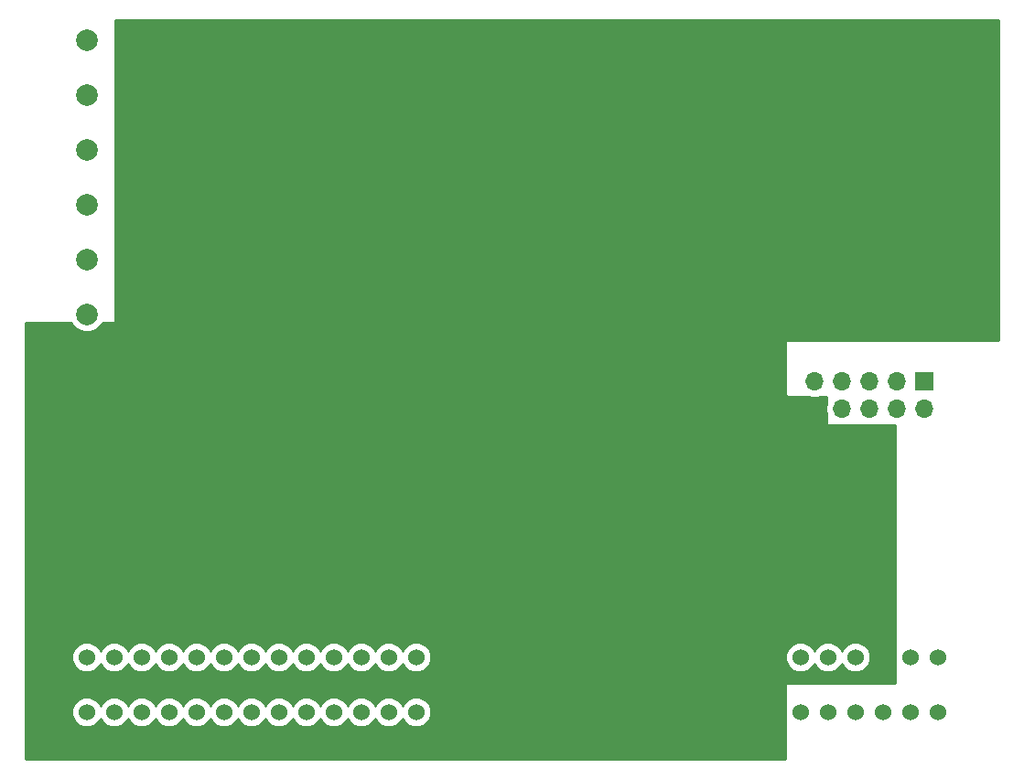
<source format=gbr>
G04 #@! TF.GenerationSoftware,KiCad,Pcbnew,(5.0.0-3-g5ebb6b6)*
G04 #@! TF.CreationDate,2019-03-06T20:47:56+00:00*
G04 #@! TF.ProjectId,ServerPSU_Breakout,5365727665725053555F427265616B6F,rev?*
G04 #@! TF.SameCoordinates,Original*
G04 #@! TF.FileFunction,Copper,L2,Bot,Signal*
G04 #@! TF.FilePolarity,Positive*
%FSLAX46Y46*%
G04 Gerber Fmt 4.6, Leading zero omitted, Abs format (unit mm)*
G04 Created by KiCad (PCBNEW (5.0.0-3-g5ebb6b6)) date Wednesday, 06 March 2019 at 20:47:56*
%MOMM*%
%LPD*%
G01*
G04 APERTURE LIST*
G04 #@! TA.AperFunction,ComponentPad*
%ADD10C,1.524000*%
G04 #@! TD*
G04 #@! TA.AperFunction,ComponentPad*
%ADD11C,2.000000*%
G04 #@! TD*
G04 #@! TA.AperFunction,ComponentPad*
%ADD12R,1.700000X1.700000*%
G04 #@! TD*
G04 #@! TA.AperFunction,ComponentPad*
%ADD13O,1.700000X1.700000*%
G04 #@! TD*
G04 #@! TA.AperFunction,Conductor*
%ADD14C,0.254000*%
G04 #@! TD*
G04 APERTURE END LIST*
D10*
G04 #@! TO.P,J_PSU_IN1,32*
G04 #@! TO.N,/SDA*
X190500000Y-116840000D03*
G04 #@! TO.P,J_PSU_IN1,30*
G04 #@! TO.N,/GND*
X185420000Y-116840000D03*
G04 #@! TO.P,J_PSU_IN1,29*
G04 #@! TO.N,N/C*
X182880000Y-116840000D03*
G04 #@! TO.P,J_PSU_IN1,28*
X180340000Y-116840000D03*
G04 #@! TO.P,J_PSU_IN1,27*
G04 #@! TO.N,/ADDR*
X177800000Y-116840000D03*
G04 #@! TO.P,J_PSU_IN1,26*
G04 #@! TO.N,/GND*
X175260000Y-116840000D03*
G04 #@! TO.P,J_PSU_IN1,25*
X172720000Y-116840000D03*
G04 #@! TO.P,J_PSU_IN1,24*
X170180000Y-116840000D03*
G04 #@! TO.P,J_PSU_IN1,23*
X167640000Y-116840000D03*
G04 #@! TO.P,J_PSU_IN1,22*
X165100000Y-116840000D03*
G04 #@! TO.P,J_PSU_IN1,21*
X162560000Y-116840000D03*
G04 #@! TO.P,J_PSU_IN1,20*
X160020000Y-116840000D03*
G04 #@! TO.P,J_PSU_IN1,19*
X157480000Y-116840000D03*
G04 #@! TO.P,J_PSU_IN1,18*
X154940000Y-116840000D03*
G04 #@! TO.P,J_PSU_IN1,17*
X152400000Y-116840000D03*
G04 #@! TO.P,J_PSU_IN1,16*
X149860000Y-116840000D03*
G04 #@! TO.P,J_PSU_IN1,15*
X147320000Y-116840000D03*
G04 #@! TO.P,J_PSU_IN1,14*
X144780000Y-116840000D03*
G04 #@! TO.P,J_PSU_IN1,13*
G04 #@! TO.N,/12V*
X142240000Y-116840000D03*
G04 #@! TO.P,J_PSU_IN1,12*
X139700000Y-116840000D03*
G04 #@! TO.P,J_PSU_IN1,11*
X137160000Y-116840000D03*
G04 #@! TO.P,J_PSU_IN1,10*
X134620000Y-116840000D03*
G04 #@! TO.P,J_PSU_IN1,9*
X132080000Y-116840000D03*
G04 #@! TO.P,J_PSU_IN1,8*
X129540000Y-116840000D03*
G04 #@! TO.P,J_PSU_IN1,7*
X127000000Y-116840000D03*
G04 #@! TO.P,J_PSU_IN1,6*
X124460000Y-116840000D03*
G04 #@! TO.P,J_PSU_IN1,5*
X121920000Y-116840000D03*
G04 #@! TO.P,J_PSU_IN1,4*
X119380000Y-116840000D03*
G04 #@! TO.P,J_PSU_IN1,3*
X116840000Y-116840000D03*
G04 #@! TO.P,J_PSU_IN1,2*
X114300000Y-116840000D03*
G04 #@! TO.P,J_PSU_IN1,1*
X111760000Y-116840000D03*
G04 #@! TO.P,J_PSU_IN1,31*
G04 #@! TO.N,/SCL*
X187960000Y-116840000D03*
G04 #@! TO.P,J_PSU_IN1,33*
G04 #@! TO.N,/PSON*
X190500000Y-121920000D03*
G04 #@! TO.P,J_PSU_IN1,34*
G04 #@! TO.N,/ISHARE*
X187960000Y-121920000D03*
G04 #@! TO.P,J_PSU_IN1,35*
G04 #@! TO.N,/PSOK*
X185420000Y-121920000D03*
G04 #@! TO.P,J_PSU_IN1,36*
G04 #@! TO.N,/PRESENT*
X182880000Y-121920000D03*
G04 #@! TO.P,J_PSU_IN1,37*
G04 #@! TO.N,/12VSB*
X180340000Y-121920000D03*
G04 #@! TO.P,J_PSU_IN1,38*
G04 #@! TO.N,/PSINTERRUPT*
X177800000Y-121920000D03*
G04 #@! TO.P,J_PSU_IN1,39*
G04 #@! TO.N,/GND*
X175260000Y-121920000D03*
G04 #@! TO.P,J_PSU_IN1,40*
X172720000Y-121920000D03*
G04 #@! TO.P,J_PSU_IN1,41*
X170180000Y-121920000D03*
G04 #@! TO.P,J_PSU_IN1,42*
X167640000Y-121920000D03*
G04 #@! TO.P,J_PSU_IN1,43*
X165100000Y-121920000D03*
G04 #@! TO.P,J_PSU_IN1,44*
X162560000Y-121920000D03*
G04 #@! TO.P,J_PSU_IN1,45*
X160020000Y-121920000D03*
G04 #@! TO.P,J_PSU_IN1,46*
X157480000Y-121920000D03*
G04 #@! TO.P,J_PSU_IN1,47*
X154940000Y-121920000D03*
G04 #@! TO.P,J_PSU_IN1,48*
X152400000Y-121920000D03*
G04 #@! TO.P,J_PSU_IN1,49*
X149860000Y-121920000D03*
G04 #@! TO.P,J_PSU_IN1,50*
X147320000Y-121920000D03*
G04 #@! TO.P,J_PSU_IN1,51*
X144780000Y-121920000D03*
G04 #@! TO.P,J_PSU_IN1,52*
G04 #@! TO.N,/12V*
X142240000Y-121920000D03*
G04 #@! TO.P,J_PSU_IN1,53*
X139700000Y-121920000D03*
G04 #@! TO.P,J_PSU_IN1,54*
X137160000Y-121920000D03*
G04 #@! TO.P,J_PSU_IN1,55*
X134620000Y-121920000D03*
G04 #@! TO.P,J_PSU_IN1,56*
X132080000Y-121920000D03*
G04 #@! TO.P,J_PSU_IN1,57*
X129540000Y-121920000D03*
G04 #@! TO.P,J_PSU_IN1,58*
X127000000Y-121920000D03*
G04 #@! TO.P,J_PSU_IN1,59*
X124460000Y-121920000D03*
G04 #@! TO.P,J_PSU_IN1,60*
X121920000Y-121920000D03*
G04 #@! TO.P,J_PSU_IN1,61*
X119380000Y-121920000D03*
G04 #@! TO.P,J_PSU_IN1,62*
X116840000Y-121920000D03*
G04 #@! TO.P,J_PSU_IN1,63*
X114300000Y-121920000D03*
G04 #@! TO.P,J_PSU_IN1,64*
X111760000Y-121920000D03*
G04 #@! TD*
D11*
G04 #@! TO.P,J_GND1,6*
G04 #@! TO.N,/GND*
X190500000Y-85090000D03*
G04 #@! TO.P,J_GND1,5*
X190500000Y-80010000D03*
G04 #@! TO.P,J_GND1,4*
X190500000Y-74930000D03*
G04 #@! TO.P,J_GND1,3*
X190500000Y-69850000D03*
G04 #@! TO.P,J_GND1,2*
X190500000Y-64770000D03*
G04 #@! TO.P,J_GND1,1*
X190500000Y-59690000D03*
G04 #@! TD*
G04 #@! TO.P,J_VOUT1,1*
G04 #@! TO.N,/12V*
X111760000Y-59690000D03*
G04 #@! TO.P,J_VOUT1,2*
X111760000Y-64770000D03*
G04 #@! TO.P,J_VOUT1,3*
X111760000Y-69850000D03*
G04 #@! TO.P,J_VOUT1,4*
X111760000Y-74930000D03*
G04 #@! TO.P,J_VOUT1,5*
X111760000Y-80010000D03*
G04 #@! TO.P,J_VOUT1,6*
X111760000Y-85090000D03*
G04 #@! TD*
D12*
G04 #@! TO.P,J_DATA1,1*
G04 #@! TO.N,/ISHARE*
X189230000Y-91313000D03*
D13*
G04 #@! TO.P,J_DATA1,2*
G04 #@! TO.N,/PSON*
X189230000Y-93853000D03*
G04 #@! TO.P,J_DATA1,3*
G04 #@! TO.N,/PSOK*
X186690000Y-91313000D03*
G04 #@! TO.P,J_DATA1,4*
G04 #@! TO.N,/SDA*
X186690000Y-93853000D03*
G04 #@! TO.P,J_DATA1,5*
G04 #@! TO.N,/PRESENT*
X184150000Y-91313000D03*
G04 #@! TO.P,J_DATA1,6*
G04 #@! TO.N,/SCL*
X184150000Y-93853000D03*
G04 #@! TO.P,J_DATA1,7*
G04 #@! TO.N,/12VSB*
X181610000Y-91313000D03*
G04 #@! TO.P,J_DATA1,8*
G04 #@! TO.N,/ADDR*
X181610000Y-93853000D03*
G04 #@! TO.P,J_DATA1,9*
G04 #@! TO.N,/PSINTERRUPT*
X179070000Y-91313000D03*
G04 #@! TO.P,J_DATA1,10*
G04 #@! TO.N,/GND*
X179070000Y-93853000D03*
G04 #@! TD*
D14*
G04 #@! TO.N,/GND*
G36*
X196140000Y-87503000D02*
X176530000Y-87503000D01*
X176481399Y-87512667D01*
X176440197Y-87540197D01*
X176412667Y-87581399D01*
X176403000Y-87630000D01*
X176403000Y-92583000D01*
X176412667Y-92631601D01*
X176440197Y-92672803D01*
X176481399Y-92700333D01*
X176530000Y-92710000D01*
X178487830Y-92710000D01*
X178490582Y-92711839D01*
X178923744Y-92798000D01*
X179216256Y-92798000D01*
X179649418Y-92711839D01*
X179652170Y-92710000D01*
X180213000Y-92710000D01*
X180213000Y-93270830D01*
X180211161Y-93273582D01*
X180095908Y-93853000D01*
X180211161Y-94432418D01*
X180213000Y-94435170D01*
X180213000Y-95250000D01*
X180222667Y-95298601D01*
X180250197Y-95339803D01*
X180291399Y-95367333D01*
X180340000Y-95377000D01*
X186563000Y-95377000D01*
X186563000Y-119253000D01*
X176530000Y-119253000D01*
X176481399Y-119262667D01*
X176440197Y-119290197D01*
X176412667Y-119331399D01*
X176403000Y-119380000D01*
X176403000Y-126290000D01*
X106120000Y-126290000D01*
X106120000Y-121642119D01*
X110363000Y-121642119D01*
X110363000Y-122197881D01*
X110575680Y-122711337D01*
X110968663Y-123104320D01*
X111482119Y-123317000D01*
X112037881Y-123317000D01*
X112551337Y-123104320D01*
X112944320Y-122711337D01*
X113030000Y-122504487D01*
X113115680Y-122711337D01*
X113508663Y-123104320D01*
X114022119Y-123317000D01*
X114577881Y-123317000D01*
X115091337Y-123104320D01*
X115484320Y-122711337D01*
X115570000Y-122504487D01*
X115655680Y-122711337D01*
X116048663Y-123104320D01*
X116562119Y-123317000D01*
X117117881Y-123317000D01*
X117631337Y-123104320D01*
X118024320Y-122711337D01*
X118110000Y-122504487D01*
X118195680Y-122711337D01*
X118588663Y-123104320D01*
X119102119Y-123317000D01*
X119657881Y-123317000D01*
X120171337Y-123104320D01*
X120564320Y-122711337D01*
X120650000Y-122504487D01*
X120735680Y-122711337D01*
X121128663Y-123104320D01*
X121642119Y-123317000D01*
X122197881Y-123317000D01*
X122711337Y-123104320D01*
X123104320Y-122711337D01*
X123190000Y-122504487D01*
X123275680Y-122711337D01*
X123668663Y-123104320D01*
X124182119Y-123317000D01*
X124737881Y-123317000D01*
X125251337Y-123104320D01*
X125644320Y-122711337D01*
X125730000Y-122504487D01*
X125815680Y-122711337D01*
X126208663Y-123104320D01*
X126722119Y-123317000D01*
X127277881Y-123317000D01*
X127791337Y-123104320D01*
X128184320Y-122711337D01*
X128270000Y-122504487D01*
X128355680Y-122711337D01*
X128748663Y-123104320D01*
X129262119Y-123317000D01*
X129817881Y-123317000D01*
X130331337Y-123104320D01*
X130724320Y-122711337D01*
X130810000Y-122504487D01*
X130895680Y-122711337D01*
X131288663Y-123104320D01*
X131802119Y-123317000D01*
X132357881Y-123317000D01*
X132871337Y-123104320D01*
X133264320Y-122711337D01*
X133350000Y-122504487D01*
X133435680Y-122711337D01*
X133828663Y-123104320D01*
X134342119Y-123317000D01*
X134897881Y-123317000D01*
X135411337Y-123104320D01*
X135804320Y-122711337D01*
X135890000Y-122504487D01*
X135975680Y-122711337D01*
X136368663Y-123104320D01*
X136882119Y-123317000D01*
X137437881Y-123317000D01*
X137951337Y-123104320D01*
X138344320Y-122711337D01*
X138430000Y-122504487D01*
X138515680Y-122711337D01*
X138908663Y-123104320D01*
X139422119Y-123317000D01*
X139977881Y-123317000D01*
X140491337Y-123104320D01*
X140884320Y-122711337D01*
X140970000Y-122504487D01*
X141055680Y-122711337D01*
X141448663Y-123104320D01*
X141962119Y-123317000D01*
X142517881Y-123317000D01*
X143031337Y-123104320D01*
X143424320Y-122711337D01*
X143637000Y-122197881D01*
X143637000Y-121642119D01*
X143424320Y-121128663D01*
X143031337Y-120735680D01*
X142517881Y-120523000D01*
X141962119Y-120523000D01*
X141448663Y-120735680D01*
X141055680Y-121128663D01*
X140970000Y-121335513D01*
X140884320Y-121128663D01*
X140491337Y-120735680D01*
X139977881Y-120523000D01*
X139422119Y-120523000D01*
X138908663Y-120735680D01*
X138515680Y-121128663D01*
X138430000Y-121335513D01*
X138344320Y-121128663D01*
X137951337Y-120735680D01*
X137437881Y-120523000D01*
X136882119Y-120523000D01*
X136368663Y-120735680D01*
X135975680Y-121128663D01*
X135890000Y-121335513D01*
X135804320Y-121128663D01*
X135411337Y-120735680D01*
X134897881Y-120523000D01*
X134342119Y-120523000D01*
X133828663Y-120735680D01*
X133435680Y-121128663D01*
X133350000Y-121335513D01*
X133264320Y-121128663D01*
X132871337Y-120735680D01*
X132357881Y-120523000D01*
X131802119Y-120523000D01*
X131288663Y-120735680D01*
X130895680Y-121128663D01*
X130810000Y-121335513D01*
X130724320Y-121128663D01*
X130331337Y-120735680D01*
X129817881Y-120523000D01*
X129262119Y-120523000D01*
X128748663Y-120735680D01*
X128355680Y-121128663D01*
X128270000Y-121335513D01*
X128184320Y-121128663D01*
X127791337Y-120735680D01*
X127277881Y-120523000D01*
X126722119Y-120523000D01*
X126208663Y-120735680D01*
X125815680Y-121128663D01*
X125730000Y-121335513D01*
X125644320Y-121128663D01*
X125251337Y-120735680D01*
X124737881Y-120523000D01*
X124182119Y-120523000D01*
X123668663Y-120735680D01*
X123275680Y-121128663D01*
X123190000Y-121335513D01*
X123104320Y-121128663D01*
X122711337Y-120735680D01*
X122197881Y-120523000D01*
X121642119Y-120523000D01*
X121128663Y-120735680D01*
X120735680Y-121128663D01*
X120650000Y-121335513D01*
X120564320Y-121128663D01*
X120171337Y-120735680D01*
X119657881Y-120523000D01*
X119102119Y-120523000D01*
X118588663Y-120735680D01*
X118195680Y-121128663D01*
X118110000Y-121335513D01*
X118024320Y-121128663D01*
X117631337Y-120735680D01*
X117117881Y-120523000D01*
X116562119Y-120523000D01*
X116048663Y-120735680D01*
X115655680Y-121128663D01*
X115570000Y-121335513D01*
X115484320Y-121128663D01*
X115091337Y-120735680D01*
X114577881Y-120523000D01*
X114022119Y-120523000D01*
X113508663Y-120735680D01*
X113115680Y-121128663D01*
X113030000Y-121335513D01*
X112944320Y-121128663D01*
X112551337Y-120735680D01*
X112037881Y-120523000D01*
X111482119Y-120523000D01*
X110968663Y-120735680D01*
X110575680Y-121128663D01*
X110363000Y-121642119D01*
X106120000Y-121642119D01*
X106120000Y-116562119D01*
X110363000Y-116562119D01*
X110363000Y-117117881D01*
X110575680Y-117631337D01*
X110968663Y-118024320D01*
X111482119Y-118237000D01*
X112037881Y-118237000D01*
X112551337Y-118024320D01*
X112944320Y-117631337D01*
X113030000Y-117424487D01*
X113115680Y-117631337D01*
X113508663Y-118024320D01*
X114022119Y-118237000D01*
X114577881Y-118237000D01*
X115091337Y-118024320D01*
X115484320Y-117631337D01*
X115570000Y-117424487D01*
X115655680Y-117631337D01*
X116048663Y-118024320D01*
X116562119Y-118237000D01*
X117117881Y-118237000D01*
X117631337Y-118024320D01*
X118024320Y-117631337D01*
X118110000Y-117424487D01*
X118195680Y-117631337D01*
X118588663Y-118024320D01*
X119102119Y-118237000D01*
X119657881Y-118237000D01*
X120171337Y-118024320D01*
X120564320Y-117631337D01*
X120650000Y-117424487D01*
X120735680Y-117631337D01*
X121128663Y-118024320D01*
X121642119Y-118237000D01*
X122197881Y-118237000D01*
X122711337Y-118024320D01*
X123104320Y-117631337D01*
X123190000Y-117424487D01*
X123275680Y-117631337D01*
X123668663Y-118024320D01*
X124182119Y-118237000D01*
X124737881Y-118237000D01*
X125251337Y-118024320D01*
X125644320Y-117631337D01*
X125730000Y-117424487D01*
X125815680Y-117631337D01*
X126208663Y-118024320D01*
X126722119Y-118237000D01*
X127277881Y-118237000D01*
X127791337Y-118024320D01*
X128184320Y-117631337D01*
X128270000Y-117424487D01*
X128355680Y-117631337D01*
X128748663Y-118024320D01*
X129262119Y-118237000D01*
X129817881Y-118237000D01*
X130331337Y-118024320D01*
X130724320Y-117631337D01*
X130810000Y-117424487D01*
X130895680Y-117631337D01*
X131288663Y-118024320D01*
X131802119Y-118237000D01*
X132357881Y-118237000D01*
X132871337Y-118024320D01*
X133264320Y-117631337D01*
X133350000Y-117424487D01*
X133435680Y-117631337D01*
X133828663Y-118024320D01*
X134342119Y-118237000D01*
X134897881Y-118237000D01*
X135411337Y-118024320D01*
X135804320Y-117631337D01*
X135890000Y-117424487D01*
X135975680Y-117631337D01*
X136368663Y-118024320D01*
X136882119Y-118237000D01*
X137437881Y-118237000D01*
X137951337Y-118024320D01*
X138344320Y-117631337D01*
X138430000Y-117424487D01*
X138515680Y-117631337D01*
X138908663Y-118024320D01*
X139422119Y-118237000D01*
X139977881Y-118237000D01*
X140491337Y-118024320D01*
X140884320Y-117631337D01*
X140970000Y-117424487D01*
X141055680Y-117631337D01*
X141448663Y-118024320D01*
X141962119Y-118237000D01*
X142517881Y-118237000D01*
X143031337Y-118024320D01*
X143424320Y-117631337D01*
X143637000Y-117117881D01*
X143637000Y-116562119D01*
X176403000Y-116562119D01*
X176403000Y-117117881D01*
X176615680Y-117631337D01*
X177008663Y-118024320D01*
X177522119Y-118237000D01*
X178077881Y-118237000D01*
X178591337Y-118024320D01*
X178984320Y-117631337D01*
X179070000Y-117424487D01*
X179155680Y-117631337D01*
X179548663Y-118024320D01*
X180062119Y-118237000D01*
X180617881Y-118237000D01*
X181131337Y-118024320D01*
X181524320Y-117631337D01*
X181610000Y-117424487D01*
X181695680Y-117631337D01*
X182088663Y-118024320D01*
X182602119Y-118237000D01*
X183157881Y-118237000D01*
X183671337Y-118024320D01*
X184064320Y-117631337D01*
X184277000Y-117117881D01*
X184277000Y-116562119D01*
X184064320Y-116048663D01*
X183671337Y-115655680D01*
X183157881Y-115443000D01*
X182602119Y-115443000D01*
X182088663Y-115655680D01*
X181695680Y-116048663D01*
X181610000Y-116255513D01*
X181524320Y-116048663D01*
X181131337Y-115655680D01*
X180617881Y-115443000D01*
X180062119Y-115443000D01*
X179548663Y-115655680D01*
X179155680Y-116048663D01*
X179070000Y-116255513D01*
X178984320Y-116048663D01*
X178591337Y-115655680D01*
X178077881Y-115443000D01*
X177522119Y-115443000D01*
X177008663Y-115655680D01*
X176615680Y-116048663D01*
X176403000Y-116562119D01*
X143637000Y-116562119D01*
X143424320Y-116048663D01*
X143031337Y-115655680D01*
X142517881Y-115443000D01*
X141962119Y-115443000D01*
X141448663Y-115655680D01*
X141055680Y-116048663D01*
X140970000Y-116255513D01*
X140884320Y-116048663D01*
X140491337Y-115655680D01*
X139977881Y-115443000D01*
X139422119Y-115443000D01*
X138908663Y-115655680D01*
X138515680Y-116048663D01*
X138430000Y-116255513D01*
X138344320Y-116048663D01*
X137951337Y-115655680D01*
X137437881Y-115443000D01*
X136882119Y-115443000D01*
X136368663Y-115655680D01*
X135975680Y-116048663D01*
X135890000Y-116255513D01*
X135804320Y-116048663D01*
X135411337Y-115655680D01*
X134897881Y-115443000D01*
X134342119Y-115443000D01*
X133828663Y-115655680D01*
X133435680Y-116048663D01*
X133350000Y-116255513D01*
X133264320Y-116048663D01*
X132871337Y-115655680D01*
X132357881Y-115443000D01*
X131802119Y-115443000D01*
X131288663Y-115655680D01*
X130895680Y-116048663D01*
X130810000Y-116255513D01*
X130724320Y-116048663D01*
X130331337Y-115655680D01*
X129817881Y-115443000D01*
X129262119Y-115443000D01*
X128748663Y-115655680D01*
X128355680Y-116048663D01*
X128270000Y-116255513D01*
X128184320Y-116048663D01*
X127791337Y-115655680D01*
X127277881Y-115443000D01*
X126722119Y-115443000D01*
X126208663Y-115655680D01*
X125815680Y-116048663D01*
X125730000Y-116255513D01*
X125644320Y-116048663D01*
X125251337Y-115655680D01*
X124737881Y-115443000D01*
X124182119Y-115443000D01*
X123668663Y-115655680D01*
X123275680Y-116048663D01*
X123190000Y-116255513D01*
X123104320Y-116048663D01*
X122711337Y-115655680D01*
X122197881Y-115443000D01*
X121642119Y-115443000D01*
X121128663Y-115655680D01*
X120735680Y-116048663D01*
X120650000Y-116255513D01*
X120564320Y-116048663D01*
X120171337Y-115655680D01*
X119657881Y-115443000D01*
X119102119Y-115443000D01*
X118588663Y-115655680D01*
X118195680Y-116048663D01*
X118110000Y-116255513D01*
X118024320Y-116048663D01*
X117631337Y-115655680D01*
X117117881Y-115443000D01*
X116562119Y-115443000D01*
X116048663Y-115655680D01*
X115655680Y-116048663D01*
X115570000Y-116255513D01*
X115484320Y-116048663D01*
X115091337Y-115655680D01*
X114577881Y-115443000D01*
X114022119Y-115443000D01*
X113508663Y-115655680D01*
X113115680Y-116048663D01*
X113030000Y-116255513D01*
X112944320Y-116048663D01*
X112551337Y-115655680D01*
X112037881Y-115443000D01*
X111482119Y-115443000D01*
X110968663Y-115655680D01*
X110575680Y-116048663D01*
X110363000Y-116562119D01*
X106120000Y-116562119D01*
X106120000Y-85852000D01*
X110305920Y-85852000D01*
X110373914Y-86016153D01*
X110833847Y-86476086D01*
X111434778Y-86725000D01*
X112085222Y-86725000D01*
X112686153Y-86476086D01*
X113146086Y-86016153D01*
X113214080Y-85852000D01*
X114300000Y-85852000D01*
X114348601Y-85842333D01*
X114389803Y-85814803D01*
X114417333Y-85773601D01*
X114427000Y-85725000D01*
X114427000Y-57860000D01*
X196140000Y-57860000D01*
X196140000Y-87503000D01*
X196140000Y-87503000D01*
G37*
X196140000Y-87503000D02*
X176530000Y-87503000D01*
X176481399Y-87512667D01*
X176440197Y-87540197D01*
X176412667Y-87581399D01*
X176403000Y-87630000D01*
X176403000Y-92583000D01*
X176412667Y-92631601D01*
X176440197Y-92672803D01*
X176481399Y-92700333D01*
X176530000Y-92710000D01*
X178487830Y-92710000D01*
X178490582Y-92711839D01*
X178923744Y-92798000D01*
X179216256Y-92798000D01*
X179649418Y-92711839D01*
X179652170Y-92710000D01*
X180213000Y-92710000D01*
X180213000Y-93270830D01*
X180211161Y-93273582D01*
X180095908Y-93853000D01*
X180211161Y-94432418D01*
X180213000Y-94435170D01*
X180213000Y-95250000D01*
X180222667Y-95298601D01*
X180250197Y-95339803D01*
X180291399Y-95367333D01*
X180340000Y-95377000D01*
X186563000Y-95377000D01*
X186563000Y-119253000D01*
X176530000Y-119253000D01*
X176481399Y-119262667D01*
X176440197Y-119290197D01*
X176412667Y-119331399D01*
X176403000Y-119380000D01*
X176403000Y-126290000D01*
X106120000Y-126290000D01*
X106120000Y-121642119D01*
X110363000Y-121642119D01*
X110363000Y-122197881D01*
X110575680Y-122711337D01*
X110968663Y-123104320D01*
X111482119Y-123317000D01*
X112037881Y-123317000D01*
X112551337Y-123104320D01*
X112944320Y-122711337D01*
X113030000Y-122504487D01*
X113115680Y-122711337D01*
X113508663Y-123104320D01*
X114022119Y-123317000D01*
X114577881Y-123317000D01*
X115091337Y-123104320D01*
X115484320Y-122711337D01*
X115570000Y-122504487D01*
X115655680Y-122711337D01*
X116048663Y-123104320D01*
X116562119Y-123317000D01*
X117117881Y-123317000D01*
X117631337Y-123104320D01*
X118024320Y-122711337D01*
X118110000Y-122504487D01*
X118195680Y-122711337D01*
X118588663Y-123104320D01*
X119102119Y-123317000D01*
X119657881Y-123317000D01*
X120171337Y-123104320D01*
X120564320Y-122711337D01*
X120650000Y-122504487D01*
X120735680Y-122711337D01*
X121128663Y-123104320D01*
X121642119Y-123317000D01*
X122197881Y-123317000D01*
X122711337Y-123104320D01*
X123104320Y-122711337D01*
X123190000Y-122504487D01*
X123275680Y-122711337D01*
X123668663Y-123104320D01*
X124182119Y-123317000D01*
X124737881Y-123317000D01*
X125251337Y-123104320D01*
X125644320Y-122711337D01*
X125730000Y-122504487D01*
X125815680Y-122711337D01*
X126208663Y-123104320D01*
X126722119Y-123317000D01*
X127277881Y-123317000D01*
X127791337Y-123104320D01*
X128184320Y-122711337D01*
X128270000Y-122504487D01*
X128355680Y-122711337D01*
X128748663Y-123104320D01*
X129262119Y-123317000D01*
X129817881Y-123317000D01*
X130331337Y-123104320D01*
X130724320Y-122711337D01*
X130810000Y-122504487D01*
X130895680Y-122711337D01*
X131288663Y-123104320D01*
X131802119Y-123317000D01*
X132357881Y-123317000D01*
X132871337Y-123104320D01*
X133264320Y-122711337D01*
X133350000Y-122504487D01*
X133435680Y-122711337D01*
X133828663Y-123104320D01*
X134342119Y-123317000D01*
X134897881Y-123317000D01*
X135411337Y-123104320D01*
X135804320Y-122711337D01*
X135890000Y-122504487D01*
X135975680Y-122711337D01*
X136368663Y-123104320D01*
X136882119Y-123317000D01*
X137437881Y-123317000D01*
X137951337Y-123104320D01*
X138344320Y-122711337D01*
X138430000Y-122504487D01*
X138515680Y-122711337D01*
X138908663Y-123104320D01*
X139422119Y-123317000D01*
X139977881Y-123317000D01*
X140491337Y-123104320D01*
X140884320Y-122711337D01*
X140970000Y-122504487D01*
X141055680Y-122711337D01*
X141448663Y-123104320D01*
X141962119Y-123317000D01*
X142517881Y-123317000D01*
X143031337Y-123104320D01*
X143424320Y-122711337D01*
X143637000Y-122197881D01*
X143637000Y-121642119D01*
X143424320Y-121128663D01*
X143031337Y-120735680D01*
X142517881Y-120523000D01*
X141962119Y-120523000D01*
X141448663Y-120735680D01*
X141055680Y-121128663D01*
X140970000Y-121335513D01*
X140884320Y-121128663D01*
X140491337Y-120735680D01*
X139977881Y-120523000D01*
X139422119Y-120523000D01*
X138908663Y-120735680D01*
X138515680Y-121128663D01*
X138430000Y-121335513D01*
X138344320Y-121128663D01*
X137951337Y-120735680D01*
X137437881Y-120523000D01*
X136882119Y-120523000D01*
X136368663Y-120735680D01*
X135975680Y-121128663D01*
X135890000Y-121335513D01*
X135804320Y-121128663D01*
X135411337Y-120735680D01*
X134897881Y-120523000D01*
X134342119Y-120523000D01*
X133828663Y-120735680D01*
X133435680Y-121128663D01*
X133350000Y-121335513D01*
X133264320Y-121128663D01*
X132871337Y-120735680D01*
X132357881Y-120523000D01*
X131802119Y-120523000D01*
X131288663Y-120735680D01*
X130895680Y-121128663D01*
X130810000Y-121335513D01*
X130724320Y-121128663D01*
X130331337Y-120735680D01*
X129817881Y-120523000D01*
X129262119Y-120523000D01*
X128748663Y-120735680D01*
X128355680Y-121128663D01*
X128270000Y-121335513D01*
X128184320Y-121128663D01*
X127791337Y-120735680D01*
X127277881Y-120523000D01*
X126722119Y-120523000D01*
X126208663Y-120735680D01*
X125815680Y-121128663D01*
X125730000Y-121335513D01*
X125644320Y-121128663D01*
X125251337Y-120735680D01*
X124737881Y-120523000D01*
X124182119Y-120523000D01*
X123668663Y-120735680D01*
X123275680Y-121128663D01*
X123190000Y-121335513D01*
X123104320Y-121128663D01*
X122711337Y-120735680D01*
X122197881Y-120523000D01*
X121642119Y-120523000D01*
X121128663Y-120735680D01*
X120735680Y-121128663D01*
X120650000Y-121335513D01*
X120564320Y-121128663D01*
X120171337Y-120735680D01*
X119657881Y-120523000D01*
X119102119Y-120523000D01*
X118588663Y-120735680D01*
X118195680Y-121128663D01*
X118110000Y-121335513D01*
X118024320Y-121128663D01*
X117631337Y-120735680D01*
X117117881Y-120523000D01*
X116562119Y-120523000D01*
X116048663Y-120735680D01*
X115655680Y-121128663D01*
X115570000Y-121335513D01*
X115484320Y-121128663D01*
X115091337Y-120735680D01*
X114577881Y-120523000D01*
X114022119Y-120523000D01*
X113508663Y-120735680D01*
X113115680Y-121128663D01*
X113030000Y-121335513D01*
X112944320Y-121128663D01*
X112551337Y-120735680D01*
X112037881Y-120523000D01*
X111482119Y-120523000D01*
X110968663Y-120735680D01*
X110575680Y-121128663D01*
X110363000Y-121642119D01*
X106120000Y-121642119D01*
X106120000Y-116562119D01*
X110363000Y-116562119D01*
X110363000Y-117117881D01*
X110575680Y-117631337D01*
X110968663Y-118024320D01*
X111482119Y-118237000D01*
X112037881Y-118237000D01*
X112551337Y-118024320D01*
X112944320Y-117631337D01*
X113030000Y-117424487D01*
X113115680Y-117631337D01*
X113508663Y-118024320D01*
X114022119Y-118237000D01*
X114577881Y-118237000D01*
X115091337Y-118024320D01*
X115484320Y-117631337D01*
X115570000Y-117424487D01*
X115655680Y-117631337D01*
X116048663Y-118024320D01*
X116562119Y-118237000D01*
X117117881Y-118237000D01*
X117631337Y-118024320D01*
X118024320Y-117631337D01*
X118110000Y-117424487D01*
X118195680Y-117631337D01*
X118588663Y-118024320D01*
X119102119Y-118237000D01*
X119657881Y-118237000D01*
X120171337Y-118024320D01*
X120564320Y-117631337D01*
X120650000Y-117424487D01*
X120735680Y-117631337D01*
X121128663Y-118024320D01*
X121642119Y-118237000D01*
X122197881Y-118237000D01*
X122711337Y-118024320D01*
X123104320Y-117631337D01*
X123190000Y-117424487D01*
X123275680Y-117631337D01*
X123668663Y-118024320D01*
X124182119Y-118237000D01*
X124737881Y-118237000D01*
X125251337Y-118024320D01*
X125644320Y-117631337D01*
X125730000Y-117424487D01*
X125815680Y-117631337D01*
X126208663Y-118024320D01*
X126722119Y-118237000D01*
X127277881Y-118237000D01*
X127791337Y-118024320D01*
X128184320Y-117631337D01*
X128270000Y-117424487D01*
X128355680Y-117631337D01*
X128748663Y-118024320D01*
X129262119Y-118237000D01*
X129817881Y-118237000D01*
X130331337Y-118024320D01*
X130724320Y-117631337D01*
X130810000Y-117424487D01*
X130895680Y-117631337D01*
X131288663Y-118024320D01*
X131802119Y-118237000D01*
X132357881Y-118237000D01*
X132871337Y-118024320D01*
X133264320Y-117631337D01*
X133350000Y-117424487D01*
X133435680Y-117631337D01*
X133828663Y-118024320D01*
X134342119Y-118237000D01*
X134897881Y-118237000D01*
X135411337Y-118024320D01*
X135804320Y-117631337D01*
X135890000Y-117424487D01*
X135975680Y-117631337D01*
X136368663Y-118024320D01*
X136882119Y-118237000D01*
X137437881Y-118237000D01*
X137951337Y-118024320D01*
X138344320Y-117631337D01*
X138430000Y-117424487D01*
X138515680Y-117631337D01*
X138908663Y-118024320D01*
X139422119Y-118237000D01*
X139977881Y-118237000D01*
X140491337Y-118024320D01*
X140884320Y-117631337D01*
X140970000Y-117424487D01*
X141055680Y-117631337D01*
X141448663Y-118024320D01*
X141962119Y-118237000D01*
X142517881Y-118237000D01*
X143031337Y-118024320D01*
X143424320Y-117631337D01*
X143637000Y-117117881D01*
X143637000Y-116562119D01*
X176403000Y-116562119D01*
X176403000Y-117117881D01*
X176615680Y-117631337D01*
X177008663Y-118024320D01*
X177522119Y-118237000D01*
X178077881Y-118237000D01*
X178591337Y-118024320D01*
X178984320Y-117631337D01*
X179070000Y-117424487D01*
X179155680Y-117631337D01*
X179548663Y-118024320D01*
X180062119Y-118237000D01*
X180617881Y-118237000D01*
X181131337Y-118024320D01*
X181524320Y-117631337D01*
X181610000Y-117424487D01*
X181695680Y-117631337D01*
X182088663Y-118024320D01*
X182602119Y-118237000D01*
X183157881Y-118237000D01*
X183671337Y-118024320D01*
X184064320Y-117631337D01*
X184277000Y-117117881D01*
X184277000Y-116562119D01*
X184064320Y-116048663D01*
X183671337Y-115655680D01*
X183157881Y-115443000D01*
X182602119Y-115443000D01*
X182088663Y-115655680D01*
X181695680Y-116048663D01*
X181610000Y-116255513D01*
X181524320Y-116048663D01*
X181131337Y-115655680D01*
X180617881Y-115443000D01*
X180062119Y-115443000D01*
X179548663Y-115655680D01*
X179155680Y-116048663D01*
X179070000Y-116255513D01*
X178984320Y-116048663D01*
X178591337Y-115655680D01*
X178077881Y-115443000D01*
X177522119Y-115443000D01*
X177008663Y-115655680D01*
X176615680Y-116048663D01*
X176403000Y-116562119D01*
X143637000Y-116562119D01*
X143424320Y-116048663D01*
X143031337Y-115655680D01*
X142517881Y-115443000D01*
X141962119Y-115443000D01*
X141448663Y-115655680D01*
X141055680Y-116048663D01*
X140970000Y-116255513D01*
X140884320Y-116048663D01*
X140491337Y-115655680D01*
X139977881Y-115443000D01*
X139422119Y-115443000D01*
X138908663Y-115655680D01*
X138515680Y-116048663D01*
X138430000Y-116255513D01*
X138344320Y-116048663D01*
X137951337Y-115655680D01*
X137437881Y-115443000D01*
X136882119Y-115443000D01*
X136368663Y-115655680D01*
X135975680Y-116048663D01*
X135890000Y-116255513D01*
X135804320Y-116048663D01*
X135411337Y-115655680D01*
X134897881Y-115443000D01*
X134342119Y-115443000D01*
X133828663Y-115655680D01*
X133435680Y-116048663D01*
X133350000Y-116255513D01*
X133264320Y-116048663D01*
X132871337Y-115655680D01*
X132357881Y-115443000D01*
X131802119Y-115443000D01*
X131288663Y-115655680D01*
X130895680Y-116048663D01*
X130810000Y-116255513D01*
X130724320Y-116048663D01*
X130331337Y-115655680D01*
X129817881Y-115443000D01*
X129262119Y-115443000D01*
X128748663Y-115655680D01*
X128355680Y-116048663D01*
X128270000Y-116255513D01*
X128184320Y-116048663D01*
X127791337Y-115655680D01*
X127277881Y-115443000D01*
X126722119Y-115443000D01*
X126208663Y-115655680D01*
X125815680Y-116048663D01*
X125730000Y-116255513D01*
X125644320Y-116048663D01*
X125251337Y-115655680D01*
X124737881Y-115443000D01*
X124182119Y-115443000D01*
X123668663Y-115655680D01*
X123275680Y-116048663D01*
X123190000Y-116255513D01*
X123104320Y-116048663D01*
X122711337Y-115655680D01*
X122197881Y-115443000D01*
X121642119Y-115443000D01*
X121128663Y-115655680D01*
X120735680Y-116048663D01*
X120650000Y-116255513D01*
X120564320Y-116048663D01*
X120171337Y-115655680D01*
X119657881Y-115443000D01*
X119102119Y-115443000D01*
X118588663Y-115655680D01*
X118195680Y-116048663D01*
X118110000Y-116255513D01*
X118024320Y-116048663D01*
X117631337Y-115655680D01*
X117117881Y-115443000D01*
X116562119Y-115443000D01*
X116048663Y-115655680D01*
X115655680Y-116048663D01*
X115570000Y-116255513D01*
X115484320Y-116048663D01*
X115091337Y-115655680D01*
X114577881Y-115443000D01*
X114022119Y-115443000D01*
X113508663Y-115655680D01*
X113115680Y-116048663D01*
X113030000Y-116255513D01*
X112944320Y-116048663D01*
X112551337Y-115655680D01*
X112037881Y-115443000D01*
X111482119Y-115443000D01*
X110968663Y-115655680D01*
X110575680Y-116048663D01*
X110363000Y-116562119D01*
X106120000Y-116562119D01*
X106120000Y-85852000D01*
X110305920Y-85852000D01*
X110373914Y-86016153D01*
X110833847Y-86476086D01*
X111434778Y-86725000D01*
X112085222Y-86725000D01*
X112686153Y-86476086D01*
X113146086Y-86016153D01*
X113214080Y-85852000D01*
X114300000Y-85852000D01*
X114348601Y-85842333D01*
X114389803Y-85814803D01*
X114417333Y-85773601D01*
X114427000Y-85725000D01*
X114427000Y-57860000D01*
X196140000Y-57860000D01*
X196140000Y-87503000D01*
G04 #@! TD*
M02*

</source>
